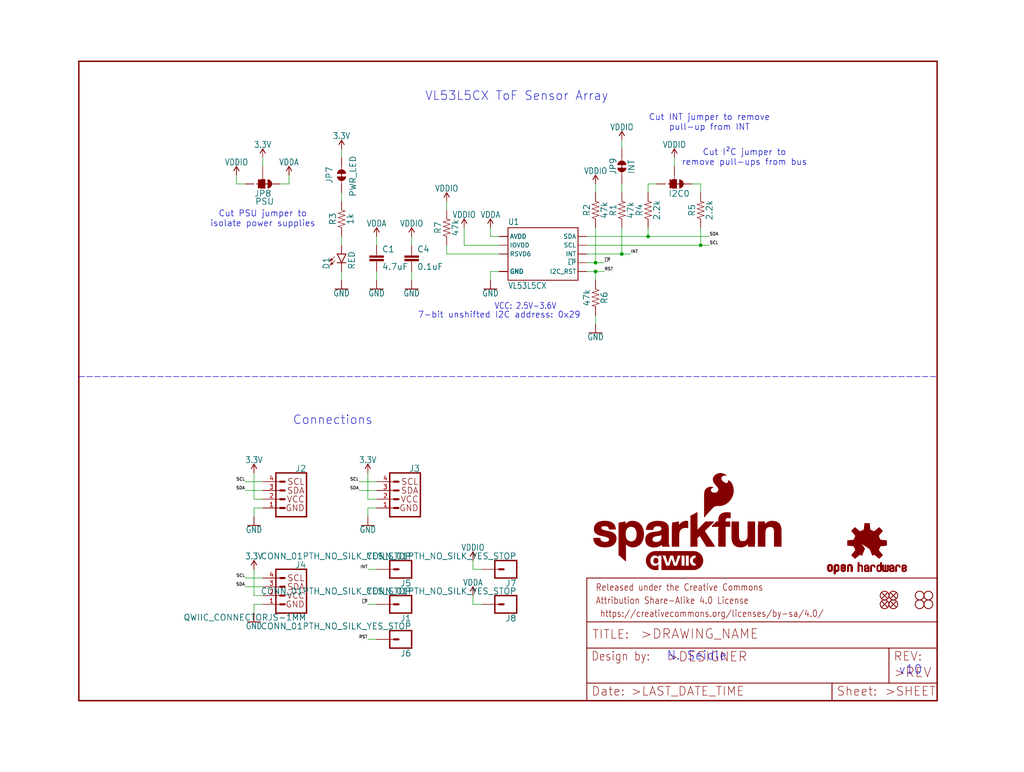
<source format=kicad_sch>
(kicad_sch (version 20211123) (generator eeschema)
  (paper "User" 297.002 223.926)
  (lib_symbols
    (symbol "eagleSchem-eagle-import:0.1UF-0603-25V-(+80{slash}-20%)"
      (property "Reference" "C" (at 1.524 2.921 0))
      (property "Value" "0.1UF-0603-25V-(+80{slash}-20%)" (at 1.524 -2.159 0))
      (symbol "0.1UF-0603-25V-(+80{slash}-20%)_1_0"
        (pin passive line (at 0 5.08 270) (length 2.54) (name "1") (number "1"))
        (pin passive line (at 0 -2.54 90) (length 2.54) (name "2") (number "2"))
      )
    )
    (symbol "eagleSchem-eagle-import:1KOHM-0603-1{slash}10W-1%"
      (property "Reference" "R" (at 0 1.524 0))
      (property "Value" "1KOHM-0603-1{slash}10W-1%" (at 0 -1.524 0))
      (symbol "1KOHM-0603-1{slash}10W-1%_1_0"
        (pin passive line (at -5.08 0 0) (length 2.54) (name "1") (number "1"))
        (pin passive line (at 5.08 0 180) (length 2.54) (name "2") (number "2"))
      )
    )
    (symbol "eagleSchem-eagle-import:2.2KOHM-0603-1{slash}10W-1%"
      (property "Reference" "R" (at 0 1.524 0))
      (property "Value" "2.2KOHM-0603-1{slash}10W-1%" (at 0 -1.524 0))
      (symbol "2.2KOHM-0603-1{slash}10W-1%_1_0"
        (pin passive line (at -5.08 0 0) (length 2.54) (name "1") (number "1"))
        (pin passive line (at 5.08 0 180) (length 2.54) (name "2") (number "2"))
      )
    )
    (symbol "eagleSchem-eagle-import:3.3V" (power)
      (property "Value" "3.3V" (at 0 2.794 0))
      (symbol "3.3V_1_0"
        (pin power_in line (at 0 0 90) (length 2.54) (name "3.3V") (number "1"))
      )
    )
    (symbol "eagleSchem-eagle-import:4.7UF-0603-6.3V-(10%)"
      (property "Reference" "C" (at 1.524 2.921 0))
      (property "Value" "4.7UF-0603-6.3V-(10%)" (at 1.524 -2.159 0))
      (symbol "4.7UF-0603-6.3V-(10%)_1_0"
        (pin passive line (at 0 5.08 270) (length 2.54) (name "1") (number "1"))
        (pin passive line (at 0 -2.54 90) (length 2.54) (name "2") (number "2"))
      )
    )
    (symbol "eagleSchem-eagle-import:47KOHM-0603-1{slash}10W-1%"
      (property "Reference" "R" (at 0 1.524 0))
      (property "Value" "47KOHM-0603-1{slash}10W-1%" (at 0 -1.524 0))
      (symbol "47KOHM-0603-1{slash}10W-1%_1_0"
        (pin passive line (at -5.08 0 0) (length 2.54) (name "1") (number "1"))
        (pin passive line (at 5.08 0 180) (length 2.54) (name "2") (number "2"))
      )
    )
    (symbol "eagleSchem-eagle-import:CONN_01PTH_NO_SILK_YES_STOP"
      (property "Reference" "J" (at -2.54 3.048 0))
      (property "Value" "CONN_01PTH_NO_SILK_YES_STOP" (at -2.54 -4.826 0))
      (symbol "CONN_01PTH_NO_SILK_YES_STOP_1_0"
        (pin passive line (at 7.62 0 180) (length 5.08) (name "1") (number "1"))
      )
    )
    (symbol "eagleSchem-eagle-import:FIDUCIALUFIDUCIAL")
    (symbol "eagleSchem-eagle-import:FRAME-LETTER"
      (symbol "FRAME-LETTER_2_0"
        (text " https://creativecommons.org/licenses/by-sa/4.0/" (at 2.54 24.13 0) (effects (font (size 1.9304 1.6408)) (justify left bottom)))
        (text ">DESIGNER" (at 23.114 11.176 0) (effects (font (size 2.7432 2.7432)) (justify left bottom)))
        (text ">DRAWING_NAME" (at 15.494 17.78 0) (effects (font (size 2.7432 2.7432)) (justify left bottom)))
        (text ">LAST_DATE_TIME" (at 12.7 1.27 0) (effects (font (size 2.54 2.54)) (justify left bottom)))
        (text ">REV" (at 88.9 6.604 0) (effects (font (size 2.7432 2.7432)) (justify left bottom)))
        (text ">SHEET" (at 86.36 1.27 0) (effects (font (size 2.54 2.54)) (justify left bottom)))
        (text "Attribution Share-Alike 4.0 License" (at 2.54 27.94 0) (effects (font (size 1.9304 1.6408)) (justify left bottom)))
        (text "Date:" (at 1.27 1.27 0) (effects (font (size 2.54 2.54)) (justify left bottom)))
        (text "Design by:" (at 1.27 11.43 0) (effects (font (size 2.54 2.159)) (justify left bottom)))
        (text "Released under the Creative Commons" (at 2.54 31.75 0) (effects (font (size 1.9304 1.6408)) (justify left bottom)))
        (text "REV:" (at 88.9 11.43 0) (effects (font (size 2.54 2.54)) (justify left bottom)))
        (text "Sheet:" (at 72.39 1.27 0) (effects (font (size 2.54 2.54)) (justify left bottom)))
        (text "TITLE:" (at 1.524 17.78 0) (effects (font (size 2.54 2.54)) (justify left bottom)))
      )
    )
    (symbol "eagleSchem-eagle-import:GND" (power)
      (property "Value" "GND" (at 0 -0.254 0))
      (symbol "GND_1_0"
        (pin power_in line (at 0 2.54 270) (length 2.54) (name "GND") (number "1"))
      )
    )
    (symbol "eagleSchem-eagle-import:I2C_STANDARD_NO_SILK"
      (property "Reference" "J" (at -5.08 7.874 0))
      (property "Value" "I2C_STANDARD_NO_SILK" (at -5.08 -5.334 0))
      (symbol "I2C_STANDARD_NO_SILK_1_0"
        (text "GND" (at -4.572 -2.54 0) (effects (font (size 1.778 1.778)) (justify left)))
        (text "SCL" (at -4.572 5.08 0) (effects (font (size 1.778 1.778)) (justify left)))
        (text "SDA" (at -4.572 2.54 0) (effects (font (size 1.778 1.778)) (justify left)))
        (text "VCC" (at -4.572 0 0) (effects (font (size 1.778 1.778)) (justify left)))
        (pin power_in line (at 7.62 -2.54 180) (length 5.08) (name "GND") (number "1"))
        (pin power_in line (at 7.62 0 180) (length 5.08) (name "VCC") (number "2"))
        (pin passive line (at 7.62 2.54 180) (length 5.08) (name "SDA") (number "3"))
        (pin passive line (at 7.62 5.08 180) (length 5.08) (name "SCL") (number "4"))
      )
    )
    (symbol "eagleSchem-eagle-import:JUMPER-SMT_2_NC_TRACE_SILK"
      (property "Reference" "JP" (at 0 3.048 0))
      (property "Value" "JUMPER-SMT_2_NC_TRACE_SILK" (at 0 -3.048 0))
      (symbol "JUMPER-SMT_2_NC_TRACE_SILK_1_0"
        (pin passive line (at -5.08 0 0) (length 2.54) (name "1") (number "1"))
        (pin passive line (at 5.08 0 180) (length 2.54) (name "2") (number "2"))
      )
    )
    (symbol "eagleSchem-eagle-import:JUMPER-SMT_3_2-NC_TRACE_SILK"
      (property "Reference" "JP" (at 6.096 1.524 0))
      (property "Value" "JUMPER-SMT_3_2-NC_TRACE_SILK" (at 6.858 -1.524 0))
      (symbol "JUMPER-SMT_3_2-NC_TRACE_SILK_1_0"
        (pin passive line (at 0 5.08 270) (length 2.54) (name "1") (number "1"))
        (pin passive line (at -5.08 0 0) (length 2.54) (name "2") (number "2"))
        (pin passive line (at 0 -5.08 90) (length 2.54) (name "3") (number "3"))
      )
    )
    (symbol "eagleSchem-eagle-import:LED-RED0603"
      (property "Reference" "D" (at -3.429 -4.572 90))
      (property "Value" "LED-RED0603" (at 1.905 -4.572 90))
      (symbol "LED-RED0603_1_0"
        (pin passive line (at 0 2.54 270) (length 2.54) (name "A") (number "A"))
        (pin passive line (at 0 -5.08 90) (length 2.54) (name "C") (number "C"))
      )
    )
    (symbol "eagleSchem-eagle-import:OSHW-LOGOMINI")
    (symbol "eagleSchem-eagle-import:QWIIC_CONNECTORJS-1MM"
      (property "Reference" "J" (at -5.08 7.874 0))
      (property "Value" "QWIIC_CONNECTORJS-1MM" (at -5.08 -5.334 0))
      (symbol "QWIIC_CONNECTORJS-1MM_1_0"
        (text "GND" (at -4.572 -2.54 0) (effects (font (size 1.778 1.778)) (justify left)))
        (text "SCL" (at -4.572 5.08 0) (effects (font (size 1.778 1.778)) (justify left)))
        (text "SDA" (at -4.572 2.54 0) (effects (font (size 1.778 1.778)) (justify left)))
        (text "VCC" (at -4.572 0 0) (effects (font (size 1.778 1.778)) (justify left)))
        (pin power_in line (at 7.62 -2.54 180) (length 5.08) (name "1") (number "1"))
        (pin power_in line (at 7.62 0 180) (length 5.08) (name "2") (number "2"))
        (pin passive line (at 7.62 2.54 180) (length 5.08) (name "3") (number "3"))
        (pin passive line (at 7.62 5.08 180) (length 5.08) (name "4") (number "4"))
      )
    )
    (symbol "eagleSchem-eagle-import:QWIIC_LOGO_CONNECTOR")
    (symbol "eagleSchem-eagle-import:SFE_LOGO_NAME.1_INCH")
    (symbol "eagleSchem-eagle-import:SFE_LOGO_NAME_FLAME.1_INCH")
    (symbol "eagleSchem-eagle-import:STAND-OFF")
    (symbol "eagleSchem-eagle-import:VDDA" (power)
      (property "Value" "VDDA" (at 0 2.794 0))
      (symbol "VDDA_1_0"
        (pin power_in line (at 0 0 90) (length 2.54) (name "VDDA") (number "1"))
      )
    )
    (symbol "eagleSchem-eagle-import:VDDIO" (power)
      (property "Value" "VDDIO" (at 0 2.794 0))
      (symbol "VDDIO_1_0"
        (pin power_in line (at 0 0 90) (length 2.54) (name "VDDIO") (number "1"))
      )
    )
    (symbol "eagleSchem-eagle-import:VL53L5CX"
      (property "Reference" "U" (at -10.16 8.382 0))
      (property "Value" "VL53L5CX" (at -10.16 -10.16 0))
      (symbol "VL53L5CX_1_0"
        (pin bidirectional line (at 12.7 -5.08 180) (length 2.54) (name "I2C_RST") (number "A1"))
        (pin bidirectional line (at -12.7 -5.08 0) (length 2.54) (name "GND") (number "A2"))
        (pin bidirectional line (at 12.7 0 180) (length 2.54) (name "INT") (number "A3"))
        (pin bidirectional line (at -12.7 2.54 0) (length 2.54) (name "IOVDD") (number "A4"))
        (pin bidirectional line (at 12.7 -2.54 180) (length 2.54) (name "~{LP}") (number "A5"))
        (pin bidirectional line (at -12.7 -5.08 0) (length 2.54) (name "GND") (number "A6"))
        (pin bidirectional line (at -12.7 -5.08 0) (length 2.54) (name "GND") (number "A7"))
        (pin bidirectional line (at -12.7 5.08 0) (length 2.54) (name "AVDD") (number "B1"))
        (pin bidirectional line (at -12.7 -5.08 0) (length 2.54) (name "GND") (number "B4"))
        (pin bidirectional line (at -12.7 5.08 0) (length 2.54) (name "AVDD") (number "B7"))
        (pin bidirectional line (at -12.7 -5.08 0) (length 2.54) (name "GND") (number "C1"))
        (pin bidirectional line (at -12.7 0 0) (length 2.54) (name "RSVD6") (number "C2"))
        (pin bidirectional line (at 12.7 5.08 180) (length 2.54) (name "SDA") (number "C3"))
        (pin bidirectional line (at 12.7 2.54 180) (length 2.54) (name "SCL") (number "C4"))
        (pin bidirectional line (at -12.7 -5.08 0) (length 2.54) (name "GND") (number "C6"))
        (pin bidirectional line (at -12.7 -5.08 0) (length 2.54) (name "GND") (number "C7"))
      )
    )
  )
  (junction (at 180.34 73.66))
  (junction (at 203.2 71.12))
  (junction (at 172.72 76.2))
  (junction (at 172.72 78.74))
  (junction (at 187.96 68.58))
  (wire (pts (xy 144.78 71.12) (xy 134.62 71.12)))
  (wire (pts (xy 99.06 43.18) (xy 99.06 45.72)))
  (wire (pts (xy 187.96 68.58) (xy 205.74 68.58)))
  (wire (pts (xy 180.34 43.18) (xy 180.34 40.64)))
  (wire (pts (xy 180.34 73.66) (xy 182.88 73.66)))
  (wire (pts (xy 73.66 147.32) (xy 73.66 149.86)))
  (wire (pts (xy 134.62 71.12) (xy 134.62 66.04)))
  (wire (pts (xy 170.18 71.12) (xy 203.2 71.12)))
  (wire (pts (xy 73.66 175.26) (xy 73.66 177.8)))
  (wire (pts (xy 187.96 55.88) (xy 187.96 53.34)))
  (wire (pts (xy 172.72 93.98) (xy 172.72 91.44)))
  (wire (pts (xy 137.16 175.26) (xy 137.16 172.72)))
  (wire (pts (xy 119.38 78.74) (xy 119.38 81.28)))
  (wire (pts (xy 187.96 68.58) (xy 187.96 66.04)))
  (wire (pts (xy 144.78 68.58) (xy 142.24 68.58)))
  (wire (pts (xy 109.22 142.24) (xy 104.14 142.24)))
  (wire (pts (xy 81.28 53.34) (xy 83.82 53.34)))
  (wire (pts (xy 99.06 55.88) (xy 99.06 58.42)))
  (wire (pts (xy 142.24 78.74) (xy 142.24 81.28)))
  (wire (pts (xy 76.2 170.18) (xy 71.12 170.18)))
  (wire (pts (xy 144.78 78.74) (xy 142.24 78.74)))
  (wire (pts (xy 106.68 147.32) (xy 106.68 149.86)))
  (wire (pts (xy 109.22 144.78) (xy 106.68 144.78)))
  (wire (pts (xy 170.18 78.74) (xy 172.72 78.74)))
  (wire (pts (xy 203.2 71.12) (xy 203.2 66.04)))
  (wire (pts (xy 83.82 53.34) (xy 83.82 50.8)))
  (wire (pts (xy 109.22 185.42) (xy 106.68 185.42)))
  (wire (pts (xy 172.72 53.34) (xy 172.72 55.88)))
  (wire (pts (xy 73.66 144.78) (xy 73.66 137.16)))
  (wire (pts (xy 170.18 73.66) (xy 180.34 73.66)))
  (wire (pts (xy 73.66 172.72) (xy 73.66 165.1)))
  (wire (pts (xy 68.58 50.8) (xy 68.58 53.34)))
  (wire (pts (xy 187.96 53.34) (xy 190.5 53.34)))
  (wire (pts (xy 119.38 71.12) (xy 119.38 68.58)))
  (wire (pts (xy 76.2 142.24) (xy 71.12 142.24)))
  (wire (pts (xy 203.2 71.12) (xy 205.74 71.12)))
  (wire (pts (xy 172.72 66.04) (xy 172.72 76.2)))
  (wire (pts (xy 76.2 167.64) (xy 71.12 167.64)))
  (wire (pts (xy 109.22 68.58) (xy 109.22 71.12)))
  (wire (pts (xy 109.22 81.28) (xy 109.22 78.74)))
  (wire (pts (xy 76.2 45.72) (xy 76.2 48.26)))
  (polyline (pts (xy 22.86 109.22) (xy 271.78 109.22)))
  (wire (pts (xy 172.72 78.74) (xy 175.26 78.74)))
  (wire (pts (xy 109.22 165.1) (xy 106.68 165.1)))
  (wire (pts (xy 129.54 58.42) (xy 129.54 60.96)))
  (wire (pts (xy 137.16 165.1) (xy 137.16 162.56)))
  (wire (pts (xy 129.54 73.66) (xy 129.54 71.12)))
  (wire (pts (xy 172.72 81.28) (xy 172.72 78.74)))
  (wire (pts (xy 109.22 139.7) (xy 104.14 139.7)))
  (wire (pts (xy 109.22 175.26) (xy 106.68 175.26)))
  (wire (pts (xy 172.72 76.2) (xy 175.26 76.2)))
  (wire (pts (xy 203.2 53.34) (xy 200.66 53.34)))
  (wire (pts (xy 144.78 73.66) (xy 129.54 73.66)))
  (wire (pts (xy 99.06 71.12) (xy 99.06 68.58)))
  (wire (pts (xy 142.24 66.04) (xy 142.24 68.58)))
  (wire (pts (xy 76.2 175.26) (xy 73.66 175.26)))
  (wire (pts (xy 106.68 144.78) (xy 106.68 137.16)))
  (wire (pts (xy 203.2 55.88) (xy 203.2 53.34)))
  (wire (pts (xy 139.7 165.1) (xy 137.16 165.1)))
  (wire (pts (xy 180.34 66.04) (xy 180.34 73.66)))
  (wire (pts (xy 99.06 81.28) (xy 99.06 78.74)))
  (wire (pts (xy 76.2 147.32) (xy 73.66 147.32)))
  (wire (pts (xy 170.18 76.2) (xy 172.72 76.2)))
  (wire (pts (xy 139.7 175.26) (xy 137.16 175.26)))
  (wire (pts (xy 195.58 45.72) (xy 195.58 48.26)))
  (wire (pts (xy 170.18 68.58) (xy 187.96 68.58)))
  (wire (pts (xy 71.12 53.34) (xy 68.58 53.34)))
  (wire (pts (xy 76.2 139.7) (xy 71.12 139.7)))
  (wire (pts (xy 109.22 147.32) (xy 106.68 147.32)))
  (wire (pts (xy 76.2 172.72) (xy 73.66 172.72)))
  (wire (pts (xy 180.34 53.34) (xy 180.34 55.88)))
  (wire (pts (xy 76.2 144.78) (xy 73.66 144.78)))
  (text "N. Seidle" (at 193.294 191.77 180) (effects (font (size 2.54 2.54)) (justify left bottom)))
  (text "v10" (at 260.604 195.834 180) (effects (font (size 2.54 2.54)) (justify left bottom)))
  (text "Cut INT jumper to remove\npull-up from INT" (at 205.74 35.56 180) (effects (font (size 1.778 1.778))))
  (text "Connections" (at 96.52 121.92 180) (effects (font (size 2.54 2.54))))
  (text "VCC: 2.5V-3.6V" (at 152.4 88.9 180) (effects (font (size 1.778 1.5113))))
  (text "Cut PSU jumper to\nisolate power supplies" (at 76.2 63.5 180) (effects (font (size 1.778 1.778))))
  (text "Cut I²C jumper to\nremove pull-ups from bus" (at 215.9 45.72 180) (effects (font (size 1.778 1.778))))
  (text "7-bit unshifted I2C address: 0x29" (at 144.78 91.44 180) (effects (font (size 1.778 1.778))))
  (text "VL53L5CX ToF Sensor Array" (at 149.86 27.94 180) (effects (font (size 2.54 2.54))))
  (label "SCL" (at 71.12 167.64 180) (effects (font (size 0.889 0.889))))
  (label "~{LP}" (at 106.68 175.26 180) (effects (font (size 0.889 0.889))))
  (label "RST" (at 175.26 78.74 0) (effects (font (size 0.889 0.889))))
  (label "SCL" (at 71.12 139.7 180) (effects (font (size 0.889 0.889))))
  (label "SCL" (at 205.74 71.12 0) (effects (font (size 0.889 0.889))))
  (label "SDA" (at 205.74 68.58 0) (effects (font (size 0.889 0.889))))
  (label "SDA" (at 104.14 142.24 180) (effects (font (size 0.889 0.889))))
  (label "SDA" (at 71.12 170.18 180) (effects (font (size 0.889 0.889))))
  (label "~{LP}" (at 175.26 76.2 0) (effects (font (size 0.889 0.889))))
  (label "RST" (at 106.68 185.42 180) (effects (font (size 0.889 0.889))))
  (label "SDA" (at 71.12 142.24 180) (effects (font (size 0.889 0.889))))
  (label "INT" (at 106.68 165.1 180) (effects (font (size 0.889 0.889))))
  (label "INT" (at 182.88 73.66 0) (effects (font (size 0.889 0.889))))
  (label "SCL" (at 104.14 139.7 180) (effects (font (size 0.889 0.889))))
  (symbol (lib_id "eagleSchem-eagle-import:VDDIO") (at 195.58 45.72 0) (unit 1)
    (property "Reference" "#SUPPLY5" (effects hide))
    (property "Value" "VDDIO" (at 195.58 42.926 0) (effects (font (size 1.778 1.5113)) (justify bottom)))
    (property "Footprint" "eagleSchem:" (effects hide))
  )
  (symbol (lib_id "eagleSchem-eagle-import:FIDUCIALUFIDUCIAL") (at 259.08 175.26 0) (unit 1)
    (property "Reference" "JP1" (effects hide))
    (property "Value" "FIDUCIALUFIDUCIAL" (effects hide))
    (property "Footprint" "eagleSchem:MICRO-FIDUCIAL" (effects hide))
  )
  (symbol (lib_id "eagleSchem-eagle-import:VDDA") (at 109.22 68.58 0) (unit 1)
    (property "Reference" "#SUPPLY1" (effects hide))
    (property "Value" "VDDA" (at 109.22 65.786 0) (effects (font (size 1.778 1.5113)) (justify bottom)))
    (property "Footprint" "eagleSchem:" (effects hide))
  )
  (symbol (lib_id "eagleSchem-eagle-import:JUMPER-SMT_3_2-NC_TRACE_SILK") (at 76.2 53.34 270) (unit 1)
    (property "Reference" "JP8" (at 73.66 57.15 90) (effects (font (size 1.778 1.778)) (justify left bottom)))
    (property "Value" "PSU" (at 73.914 59.436 90) (effects (font (size 1.778 1.778)) (justify left bottom)))
    (property "Footprint" "eagleSchem:SMT-JUMPER_3_2-NC_TRACE_SILK" (effects hide))
  )
  (symbol (lib_id "eagleSchem-eagle-import:3.3V") (at 99.06 43.18 0) (unit 1)
    (property "Reference" "#SUPPLY10" (effects hide))
    (property "Value" "3.3V" (at 99.06 40.386 0) (effects (font (size 1.778 1.5113)) (justify bottom)))
    (property "Footprint" "eagleSchem:" (effects hide))
  )
  (symbol (lib_id "eagleSchem-eagle-import:JUMPER-SMT_2_NC_TRACE_SILK") (at 180.34 48.26 90) (unit 1)
    (property "Reference" "JP9" (at 178.816 50.8 0) (effects (font (size 1.778 1.778)) (justify left bottom)))
    (property "Value" "INT" (at 184.15 50.546 0) (effects (font (size 1.778 1.778)) (justify left bottom)))
    (property "Footprint" "eagleSchem:SMT-JUMPER_2_NC_TRACE_SILK" (effects hide))
  )
  (symbol (lib_id "eagleSchem-eagle-import:STAND-OFF") (at 266.7 172.72 0) (unit 1)
    (property "Reference" "JP10" (effects hide))
    (property "Value" "STAND-OFF" (effects hide))
    (property "Footprint" "eagleSchem:STAND-OFF" (effects hide))
  )
  (symbol (lib_id "eagleSchem-eagle-import:OSHW-LOGOMINI") (at 251.46 157.48 0) (unit 1)
    (property "Reference" "LOGO1" (effects hide))
    (property "Value" "OSHW-LOGOMINI" (effects hide))
    (property "Footprint" "eagleSchem:OSHW-LOGO-MINI" (effects hide))
  )
  (symbol (lib_id "eagleSchem-eagle-import:4.7UF-0603-6.3V-(10%)") (at 109.22 76.2 0) (unit 1)
    (property "Reference" "C1" (at 110.744 73.279 0) (effects (font (size 1.778 1.778)) (justify left bottom)))
    (property "Value" "4.7uF" (at 110.744 78.359 0) (effects (font (size 1.778 1.778)) (justify left bottom)))
    (property "Footprint" "eagleSchem:0603" (effects hide))
  )
  (symbol (lib_id "eagleSchem-eagle-import:FRAME-LETTER") (at 170.18 203.2 0) (unit 2)
    (property "Reference" "FRAME1" (effects hide))
    (property "Value" "FRAME-LETTER" (effects hide))
    (property "Footprint" "eagleSchem:CREATIVE_COMMONS" (effects hide))
  )
  (symbol (lib_id "eagleSchem-eagle-import:STAND-OFF") (at 269.24 175.26 0) (unit 1)
    (property "Reference" "JP4" (effects hide))
    (property "Value" "STAND-OFF" (effects hide))
    (property "Footprint" "eagleSchem:STAND-OFF" (effects hide))
  )
  (symbol (lib_id "eagleSchem-eagle-import:FIDUCIALUFIDUCIAL") (at 259.08 172.72 0) (unit 1)
    (property "Reference" "JP6" (effects hide))
    (property "Value" "FIDUCIALUFIDUCIAL" (effects hide))
    (property "Footprint" "eagleSchem:MICRO-FIDUCIAL" (effects hide))
  )
  (symbol (lib_id "eagleSchem-eagle-import:GND") (at 172.72 96.52 0) (unit 1)
    (property "Reference" "#GND9" (effects hide))
    (property "Value" "GND" (at 172.72 96.774 0) (effects (font (size 1.778 1.5113)) (justify top)))
    (property "Footprint" "eagleSchem:" (effects hide))
  )
  (symbol (lib_id "eagleSchem-eagle-import:1KOHM-0603-1{slash}10W-1%") (at 99.06 63.5 90) (unit 1)
    (property "Reference" "R3" (at 97.536 63.5 0) (effects (font (size 1.778 1.778)) (justify bottom)))
    (property "Value" "1k" (at 100.584 63.5 0) (effects (font (size 1.778 1.778)) (justify top)))
    (property "Footprint" "eagleSchem:0603" (effects hide))
  )
  (symbol (lib_id "eagleSchem-eagle-import:GND") (at 109.22 83.82 0) (unit 1)
    (property "Reference" "#GND2" (effects hide))
    (property "Value" "GND" (at 109.22 84.074 0) (effects (font (size 1.778 1.5113)) (justify top)))
    (property "Footprint" "eagleSchem:" (effects hide))
  )
  (symbol (lib_id "eagleSchem-eagle-import:CONN_01PTH_NO_SILK_YES_STOP") (at 116.84 175.26 180) (unit 1)
    (property "Reference" "J1" (at 119.38 178.308 0) (effects (font (size 1.778 1.778)) (justify left bottom)))
    (property "Value" "CONN_01PTH_NO_SILK_YES_STOP" (at 119.38 170.434 0) (effects (font (size 1.778 1.778)) (justify left bottom)))
    (property "Footprint" "eagleSchem:1X01_NO_SILK" (effects hide))
  )
  (symbol (lib_id "eagleSchem-eagle-import:CONN_01PTH_NO_SILK_YES_STOP") (at 116.84 185.42 180) (unit 1)
    (property "Reference" "J6" (at 119.38 188.468 0) (effects (font (size 1.778 1.778)) (justify left bottom)))
    (property "Value" "CONN_01PTH_NO_SILK_YES_STOP" (at 119.38 180.594 0) (effects (font (size 1.778 1.778)) (justify left bottom)))
    (property "Footprint" "eagleSchem:1X01_NO_SILK" (effects hide))
  )
  (symbol (lib_id "eagleSchem-eagle-import:I2C_STANDARD_NO_SILK") (at 116.84 144.78 0) (mirror y) (unit 1)
    (property "Reference" "J3" (at 121.92 136.906 0) (effects (font (size 1.778 1.778)) (justify left bottom)))
    (property "Value" "PTH" (effects hide))
    (property "Footprint" "eagleSchem:1X04_NO_SILK" (effects hide))
  )
  (symbol (lib_id "eagleSchem-eagle-import:VDDIO") (at 134.62 66.04 0) (unit 1)
    (property "Reference" "#SUPPLY14" (effects hide))
    (property "Value" "VDDIO" (at 134.62 63.246 0) (effects (font (size 1.778 1.5113)) (justify bottom)))
    (property "Footprint" "eagleSchem:" (effects hide))
  )
  (symbol (lib_id "eagleSchem-eagle-import:VDDIO") (at 137.16 162.56 0) (unit 1)
    (property "Reference" "#SUPPLY6" (effects hide))
    (property "Value" "VDDIO" (at 137.16 159.766 0) (effects (font (size 1.778 1.5113)) (justify bottom)))
    (property "Footprint" "eagleSchem:" (effects hide))
  )
  (symbol (lib_id "eagleSchem-eagle-import:VDDIO") (at 180.34 40.64 0) (unit 1)
    (property "Reference" "#SUPPLY3" (effects hide))
    (property "Value" "VDDIO" (at 180.34 37.846 0) (effects (font (size 1.778 1.5113)) (justify bottom)))
    (property "Footprint" "eagleSchem:" (effects hide))
  )
  (symbol (lib_id "eagleSchem-eagle-import:SFE_LOGO_NAME_FLAME.1_INCH") (at 171.45 163.068 0) (unit 1)
    (property "Reference" "U$2" (effects hide))
    (property "Value" "SFE_LOGO_NAME_FLAME.1_INCH" (effects hide))
    (property "Footprint" "eagleSchem:SFE_LOGO_NAME_FLAME_.1" (effects hide))
  )
  (symbol (lib_id "eagleSchem-eagle-import:VDDIO") (at 172.72 53.34 0) (unit 1)
    (property "Reference" "#SUPPLY2" (effects hide))
    (property "Value" "VDDIO" (at 172.72 50.546 0) (effects (font (size 1.778 1.5113)) (justify bottom)))
    (property "Footprint" "eagleSchem:" (effects hide))
  )
  (symbol (lib_id "eagleSchem-eagle-import:JUMPER-SMT_2_NC_TRACE_SILK") (at 99.06 50.8 90) (unit 1)
    (property "Reference" "JP7" (at 96.52 53.34 0) (effects (font (size 1.778 1.778)) (justify left bottom)))
    (property "Value" "PWR_LED" (at 101.346 57.15 0) (effects (font (size 1.778 1.778)) (justify left top)))
    (property "Footprint" "eagleSchem:SMT-JUMPER_2_NC_TRACE_SILK" (effects hide))
  )
  (symbol (lib_id "eagleSchem-eagle-import:STAND-OFF") (at 266.7 175.26 0) (unit 1)
    (property "Reference" "JP11" (effects hide))
    (property "Value" "STAND-OFF" (effects hide))
    (property "Footprint" "eagleSchem:STAND-OFF" (effects hide))
  )
  (symbol (lib_id "eagleSchem-eagle-import:CONN_01PTH_NO_SILK_YES_STOP") (at 147.32 165.1 180) (unit 1)
    (property "Reference" "J7" (at 149.86 168.148 0) (effects (font (size 1.778 1.778)) (justify left bottom)))
    (property "Value" "CONN_01PTH_NO_SILK_YES_STOP" (at 149.86 160.274 0) (effects (font (size 1.778 1.778)) (justify left bottom)))
    (property "Footprint" "eagleSchem:1X01_NO_SILK" (effects hide))
  )
  (symbol (lib_id "eagleSchem-eagle-import:47KOHM-0603-1{slash}10W-1%") (at 180.34 60.96 90) (unit 1)
    (property "Reference" "R1" (at 178.816 60.96 0) (effects (font (size 1.778 1.778)) (justify bottom)))
    (property "Value" "47k" (at 181.864 60.96 0) (effects (font (size 1.778 1.778)) (justify top)))
    (property "Footprint" "eagleSchem:0603" (effects hide))
  )
  (symbol (lib_id "eagleSchem-eagle-import:GND") (at 119.38 83.82 0) (unit 1)
    (property "Reference" "#GND3" (effects hide))
    (property "Value" "GND" (at 119.38 84.074 0) (effects (font (size 1.778 1.5113)) (justify top)))
    (property "Footprint" "eagleSchem:" (effects hide))
  )
  (symbol (lib_id "eagleSchem-eagle-import:0.1UF-0603-25V-(+80{slash}-20%)") (at 119.38 76.2 0) (unit 1)
    (property "Reference" "C4" (at 120.904 73.279 0) (effects (font (size 1.778 1.778)) (justify left bottom)))
    (property "Value" "0.1uF" (at 120.904 78.359 0) (effects (font (size 1.778 1.778)) (justify left bottom)))
    (property "Footprint" "eagleSchem:0603" (effects hide))
  )
  (symbol (lib_id "eagleSchem-eagle-import:FIDUCIALUFIDUCIAL") (at 256.54 172.72 0) (unit 1)
    (property "Reference" "JP2" (effects hide))
    (property "Value" "FIDUCIALUFIDUCIAL" (effects hide))
    (property "Footprint" "eagleSchem:MICRO-FIDUCIAL" (effects hide))
  )
  (symbol (lib_id "eagleSchem-eagle-import:FIDUCIALUFIDUCIAL") (at 256.54 175.26 0) (unit 1)
    (property "Reference" "JP5" (effects hide))
    (property "Value" "FIDUCIALUFIDUCIAL" (effects hide))
    (property "Footprint" "eagleSchem:MICRO-FIDUCIAL" (effects hide))
  )
  (symbol (lib_id "eagleSchem-eagle-import:47KOHM-0603-1{slash}10W-1%") (at 172.72 86.36 270) (unit 1)
    (property "Reference" "R6" (at 174.244 86.36 0) (effects (font (size 1.778 1.778)) (justify bottom)))
    (property "Value" "47k" (at 171.196 86.36 0) (effects (font (size 1.778 1.778)) (justify top)))
    (property "Footprint" "eagleSchem:0603" (effects hide))
  )
  (symbol (lib_id "eagleSchem-eagle-import:VL53L5CX") (at 157.48 73.66 0) (unit 1)
    (property "Reference" "U1" (at 147.32 65.278 0) (effects (font (size 1.778 1.5113)) (justify left bottom)))
    (property "Value" "VL53L5CX" (at 147.32 83.82 0) (effects (font (size 1.778 1.5113)) (justify left bottom)))
    (property "Footprint" "eagleSchem:VL53L5CX" (effects hide))
  )
  (symbol (lib_id "eagleSchem-eagle-import:VDDIO") (at 119.38 68.58 0) (unit 1)
    (property "Reference" "#SUPPLY18" (effects hide))
    (property "Value" "VDDIO" (at 119.38 65.786 0) (effects (font (size 1.778 1.5113)) (justify bottom)))
    (property "Footprint" "eagleSchem:" (effects hide))
  )
  (symbol (lib_id "eagleSchem-eagle-import:CONN_01PTH_NO_SILK_YES_STOP") (at 147.32 175.26 180) (unit 1)
    (property "Reference" "J8" (at 149.86 178.308 0) (effects (font (size 1.778 1.778)) (justify left bottom)))
    (property "Value" "CONN_01PTH_NO_SILK_YES_STOP" (at 149.86 170.434 0) (effects (font (size 1.778 1.778)) (justify left bottom)))
    (property "Footprint" "eagleSchem:1X01_NO_SILK" (effects hide))
  )
  (symbol (lib_id "eagleSchem-eagle-import:2.2KOHM-0603-1{slash}10W-1%") (at 187.96 60.96 90) (unit 1)
    (property "Reference" "R4" (at 186.436 60.96 0) (effects (font (size 1.778 1.778)) (justify bottom)))
    (property "Value" "2.2k" (at 189.484 60.96 0) (effects (font (size 1.778 1.778)) (justify top)))
    (property "Footprint" "eagleSchem:0603" (effects hide))
  )
  (symbol (lib_id "eagleSchem-eagle-import:3.3V") (at 73.66 137.16 0) (unit 1)
    (property "Reference" "#SUPPLY4" (effects hide))
    (property "Value" "3.3V" (at 73.66 134.366 0) (effects (font (size 1.778 1.5113)) (justify bottom)))
    (property "Footprint" "eagleSchem:" (effects hide))
  )
  (symbol (lib_id "eagleSchem-eagle-import:VDDA") (at 83.82 50.8 0) (unit 1)
    (property "Reference" "#SUPPLY15" (effects hide))
    (property "Value" "VDDA" (at 83.82 48.006 0) (effects (font (size 1.778 1.5113)) (justify bottom)))
    (property "Footprint" "eagleSchem:" (effects hide))
  )
  (symbol (lib_id "eagleSchem-eagle-import:SFE_LOGO_NAME.1_INCH") (at 170.18 162.56 0) (unit 1)
    (property "Reference" "U$1" (effects hide))
    (property "Value" "SFE_LOGO_NAME.1_INCH" (effects hide))
    (property "Footprint" "eagleSchem:SFE_LOGO_NAME_.1" (effects hide))
  )
  (symbol (lib_id "eagleSchem-eagle-import:3.3V") (at 73.66 165.1 0) (unit 1)
    (property "Reference" "#SUPPLY8" (effects hide))
    (property "Value" "3.3V" (at 73.66 162.306 0) (effects (font (size 1.778 1.5113)) (justify bottom)))
    (property "Footprint" "eagleSchem:" (effects hide))
  )
  (symbol (lib_id "eagleSchem-eagle-import:GND") (at 73.66 152.4 0) (unit 1)
    (property "Reference" "#GND5" (effects hide))
    (property "Value" "GND" (at 73.66 152.654 0) (effects (font (size 1.778 1.5113)) (justify top)))
    (property "Footprint" "eagleSchem:" (effects hide))
  )
  (symbol (lib_id "eagleSchem-eagle-import:47KOHM-0603-1{slash}10W-1%") (at 129.54 66.04 90) (unit 1)
    (property "Reference" "R7" (at 128.016 66.04 0) (effects (font (size 1.778 1.778)) (justify bottom)))
    (property "Value" "47k" (at 131.064 66.04 0) (effects (font (size 1.778 1.778)) (justify top)))
    (property "Footprint" "eagleSchem:0603" (effects hide))
  )
  (symbol (lib_id "eagleSchem-eagle-import:QWIIC_LOGO_CONNECTOR") (at 195.58 162.56 0) (unit 1)
    (property "Reference" "LOGO3" (effects hide))
    (property "Value" "QWIIC_LOGO_CONNECTOR" (effects hide))
    (property "Footprint" "eagleSchem:QWIIC_5.5MM" (effects hide))
  )
  (symbol (lib_id "eagleSchem-eagle-import:47KOHM-0603-1{slash}10W-1%") (at 172.72 60.96 90) (unit 1)
    (property "Reference" "R2" (at 171.196 60.96 0) (effects (font (size 1.778 1.778)) (justify bottom)))
    (property "Value" "47k" (at 174.244 60.96 0) (effects (font (size 1.778 1.778)) (justify top)))
    (property "Footprint" "eagleSchem:0603" (effects hide))
  )
  (symbol (lib_id "eagleSchem-eagle-import:QWIIC_CONNECTORJS-1MM") (at 83.82 172.72 0) (mirror y) (unit 1)
    (property "Reference" "J4" (at 88.9 164.846 0) (effects (font (size 1.778 1.778)) (justify left bottom)))
    (property "Value" "QWIIC_CONNECTORJS-1MM" (at 88.9 178.054 0) (effects (font (size 1.778 1.778)) (justify left top)))
    (property "Footprint" "eagleSchem:JST04_1MM_RA" (effects hide))
  )
  (symbol (lib_id "eagleSchem-eagle-import:JUMPER-SMT_3_2-NC_TRACE_SILK") (at 195.58 53.34 270) (unit 1)
    (property "Reference" "I2C0" (at 193.802 57.15 90) (effects (font (size 1.778 1.778)) (justify left bottom)))
    (property "Value" "JUMPER-SMT_3_2-NC_TRACE_SILK" (effects hide))
    (property "Footprint" "eagleSchem:SMT-JUMPER_3_2-NC_TRACE_SILK" (effects hide))
  )
  (symbol (lib_id "eagleSchem-eagle-import:3.3V") (at 76.2 45.72 0) (unit 1)
    (property "Reference" "#SUPPLY17" (effects hide))
    (property "Value" "3.3V" (at 76.2 42.926 0) (effects (font (size 1.778 1.5113)) (justify bottom)))
    (property "Footprint" "eagleSchem:" (effects hide))
  )
  (symbol (lib_id "eagleSchem-eagle-import:GND") (at 99.06 83.82 0) (unit 1)
    (property "Reference" "#GND1" (effects hide))
    (property "Value" "GND" (at 99.06 84.074 0) (effects (font (size 1.778 1.5113)) (justify top)))
    (property "Footprint" "eagleSchem:" (effects hide))
  )
  (symbol (lib_id "eagleSchem-eagle-import:CONN_01PTH_NO_SILK_YES_STOP") (at 116.84 165.1 180) (unit 1)
    (property "Reference" "J5" (at 119.38 168.148 0) (effects (font (size 1.778 1.778)) (justify left bottom)))
    (property "Value" "CONN_01PTH_NO_SILK_YES_STOP" (at 119.38 160.274 0) (effects (font (size 1.778 1.778)) (justify left bottom)))
    (property "Footprint" "eagleSchem:1X01_NO_SILK" (effects hide))
  )
  (symbol (lib_id "eagleSchem-eagle-import:LED-RED0603") (at 99.06 73.66 0) (unit 1)
    (property "Reference" "D1" (at 95.631 78.232 90) (effects (font (size 1.778 1.778)) (justify left bottom)))
    (property "Value" "RED" (at 100.965 78.232 90) (effects (font (size 1.778 1.778)) (justify left top)))
    (property "Footprint" "eagleSchem:LED-0603" (effects hide))
  )
  (symbol (lib_id "eagleSchem-eagle-import:GND") (at 142.24 83.82 0) (unit 1)
    (property "Reference" "#GND4" (effects hide))
    (property "Value" "GND" (at 142.24 84.074 0) (effects (font (size 1.778 1.5113)) (justify top)))
    (property "Footprint" "eagleSchem:" (effects hide))
  )
  (symbol (lib_id "eagleSchem-eagle-import:3.3V") (at 106.68 137.16 0) (unit 1)
    (property "Reference" "#SUPPLY7" (effects hide))
    (property "Value" "3.3V" (at 106.68 134.366 0) (effects (font (size 1.778 1.5113)) (justify bottom)))
    (property "Footprint" "eagleSchem:" (effects hide))
  )
  (symbol (lib_id "eagleSchem-eagle-import:GND") (at 106.68 152.4 0) (unit 1)
    (property "Reference" "#GND6" (effects hide))
    (property "Value" "GND" (at 106.68 152.654 0) (effects (font (size 1.778 1.5113)) (justify top)))
    (property "Footprint" "eagleSchem:" (effects hide))
  )
  (symbol (lib_id "eagleSchem-eagle-import:VDDIO") (at 68.58 50.8 0) (unit 1)
    (property "Reference" "#SUPPLY16" (effects hide))
    (property "Value" "VDDIO" (at 68.58 48.006 0) (effects (font (size 1.778 1.5113)) (justify bottom)))
    (property "Footprint" "eagleSchem:" (effects hide))
  )
  (symbol (lib_id "eagleSchem-eagle-import:VDDA") (at 137.16 172.72 0) (unit 1)
    (property "Reference" "#SUPPLY9" (effects hide))
    (property "Value" "VDDA" (at 137.16 169.926 0) (effects (font (size 1.778 1.5113)) (justify bottom)))
    (property "Footprint" "eagleSchem:" (effects hide))
  )
  (symbol (lib_id "eagleSchem-eagle-import:FRAME-LETTER") (at 22.86 203.2 0) (unit 1)
    (property "Reference" "FRAME1" (effects hide))
    (property "Value" "FRAME-LETTER" (effects hide))
    (property "Footprint" "eagleSchem:CREATIVE_COMMONS" (effects hide))
  )
  (symbol (lib_id "eagleSchem-eagle-import:2.2KOHM-0603-1{slash}10W-1%") (at 203.2 60.96 90) (unit 1)
    (property "Reference" "R5" (at 201.676 60.96 0) (effects (font (size 1.778 1.778)) (justify bottom)))
    (property "Value" "2.2k" (at 204.724 60.96 0) (effects (font (size 1.778 1.778)) (justify top)))
    (property "Footprint" "eagleSchem:0603" (effects hide))
  )
  (symbol (lib_id "eagleSchem-eagle-import:VDDIO") (at 129.54 58.42 0) (unit 1)
    (property "Reference" "#SUPPLY12" (effects hide))
    (property "Value" "VDDIO" (at 129.54 55.626 0) (effects (font (size 1.778 1.5113)) (justify bottom)))
    (property "Footprint" "eagleSchem:" (effects hide))
  )
  (symbol (lib_id "eagleSchem-eagle-import:QWIIC_CONNECTORJS-1MM") (at 83.82 144.78 0) (mirror y) (unit 1)
    (property "Reference" "J2" (at 88.9 136.906 0) (effects (font (size 1.778 1.778)) (justify left bottom)))
    (property "Value" "QWIIC_CONNECTORJS-1MM" (effects hide))
    (property "Footprint" "eagleSchem:JST04_1MM_RA" (effects hide))
  )
  (symbol (lib_id "eagleSchem-eagle-import:STAND-OFF") (at 269.24 172.72 0) (unit 1)
    (property "Reference" "JP3" (effects hide))
    (property "Value" "STAND-OFF" (effects hide))
    (property "Footprint" "eagleSchem:STAND-OFF" (effects hide))
  )
  (symbol (lib_id "eagleSchem-eagle-import:GND") (at 73.66 180.34 0) (unit 1)
    (property "Reference" "#GND7" (effects hide))
    (property "Value" "GND" (at 73.66 180.594 0) (effects (font (size 1.778 1.5113)) (justify top)))
    (property "Footprint" "eagleSchem:" (effects hide))
  )
  (symbol (lib_id "eagleSchem-eagle-import:VDDA") (at 142.24 66.04 0) (unit 1)
    (property "Reference" "#SUPPLY13" (effects hide))
    (property "Value" "VDDA" (at 142.24 63.246 0) (effects (font (size 1.778 1.5113)) (justify bottom)))
    (property "Footprint" "eagleSchem:" (effects hide))
  )
)
</source>
